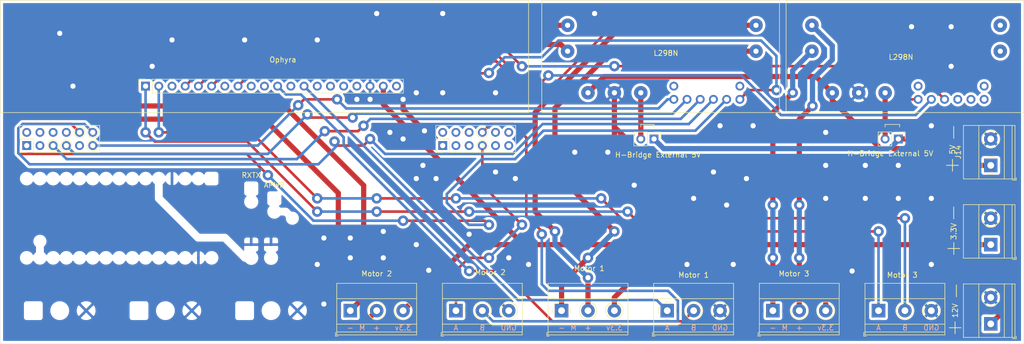
<source format=kicad_pcb>
(kicad_pcb (version 20171130) (host pcbnew "(5.1.10)-1")
  (layers (0 F.Cu signal) (31 B.Cu signal) (34 B.Paste user) (35 F.Paste user) (36 B.SilkS user) (37 F.SilkS user) (38 B.Mask user) (39 F.Mask user) (44 Edge.Cuts user))
  (net 0 "")
  (net 1 +5V)
  (net 2 GND)
  (net 3 +3V3)
  (net 4 M2+)
  (net 5 M2-)
  (net 6 A2)
  (net 7 B2)
  (net 8 M1+)
  (net 9 M1-)
  (net 10 A1)
  (net 11 B1)
  (net 12 M3+)
  (net 13 M3-)
  (net 14 A3)
  (net 15 B3)
  (net 16 IN3_M2)
  (net 17 ENA_M1)
  (net 18 IN4_M2)
  (net 19 "Net-(J7-Pad9)")
  (net 20 "Net-(J7-Pad8)")
  (net 21 IN1_M1)
  (net 22 "Net-(J7-Pad6)")
  (net 23 IN2_M1)
  (net 24 "Net-(J7-Pad4)")
  (net 25 "Net-(J7-Pad3)")
  (net 26 "Net-(J7-Pad2)")
  (net 27 "Net-(J7-Pad1)")
  (net 28 "Net-(J8-Pad1)")
  (net 29 "Net-(J8-Pad2)")
  (net 30 "Net-(J8-Pad3)")
  (net 31 "Net-(J8-Pad4)")
  (net 32 "Net-(J8-Pad5)")
  (net 33 "Net-(J8-Pad6)")
  (net 34 "Net-(J8-Pad9)")
  (net 35 "Net-(J8-Pad10)")
  (net 36 "Net-(J8-Pad11)")
  (net 37 "Net-(J8-Pad12)")
  (net 38 "Net-(J9-Pad3)")
  (net 39 ENA_M3)
  (net 40 IN1_M3)
  (net 41 IN2_M3)
  (net 42 "Net-(J9-Pad7)")
  (net 43 ENB_M2)
  (net 44 "Net-(J9-Pad9)")
  (net 45 "Net-(J9-Pad10)")
  (net 46 "Net-(J9-Pad12)")
  (net 47 "Net-(J9-Pad14)")
  (net 48 "Net-(J9-Pad15)")
  (net 49 "Net-(J9-Pad16)")
  (net 50 "Net-(J9-Pad17)")
  (net 51 "Net-(J9-Pad20)")
  (net 52 +12V)
  (net 53 "Net-(J16-Pad2)")
  (net 54 "Net-(J17-Pad2)")
  (net 55 "Net-(U2-Pad6)")
  (net 56 "Net-(U2-Pad4)")
  (net 57 "Net-(U2-Pad3)")
  (net 58 "Net-(U2-Pad13)")
  (net 59 "Net-(U2-Pad12)")
  (module Module:L298N (layer F.Cu) (at 232.41 62.23)
    (fp_text reference U2)
    (fp_text value "L298N 2")
    (pad 10 thru_hole circle (at -17.89 -11.704) (size 2.6 2.6) (drill 1) (layers *.Cu *.Mask) (net 12 M3+))
    (pad 11 thru_hole circle (at -17.89 -6.72) (size 2.6 2.6) (drill 1) (layers *.Cu *.Mask) (net 13 M3-))
    (pad 12 thru_hole circle (at 18.339 -11.704) (size 2.6 2.6) (drill 1) (layers *.Cu *.Mask) (net 59 "Net-(U2-Pad12)"))
    (pad 13 thru_hole circle (at 18.339 -6.72) (size 2.6 2.6) (drill 1) (layers *.Cu *.Mask) (net 58 "Net-(U2-Pad13)"))
    (pad 7 thru_hole circle (at -13.97 1.27) (size 2.6 2.6) (drill 1) (layers *.Cu *.Mask) (net 52 +12V))
    (pad 8 thru_hole circle (at -8.89 1.27) (size 2.6 2.6) (drill 1) (layers *.Cu *.Mask) (net 2 GND))
    (pad 9 thru_hole circle (at -3.81 1.27) (size 2.6 2.6) (drill 1) (layers *.Cu *.Mask) (net 54 "Net-(J17-Pad2)"))
    (pad ~ thru_hole circle (at 2.54 0) (size 1.7 1.7) (drill 1) (layers *.Cu *.Mask))
    (pad 5 thru_hole circle (at 2.54 2.54) (size 1.7 1.7) (drill 1) (layers *.Cu *.Mask) (net 39 ENA_M3))
    (pad 1 thru_hole circle (at 5.08 2.54) (size 1.7 1.7) (drill 1) (layers *.Cu *.Mask) (net 40 IN1_M3))
    (pad 2 thru_hole circle (at 7.62 2.54) (size 1.7 1.7) (drill 1) (layers *.Cu *.Mask) (net 41 IN2_M3))
    (pad 3 thru_hole circle (at 10.16 2.54) (size 1.7 1.7) (drill 1) (layers *.Cu *.Mask) (net 57 "Net-(U2-Pad3)"))
    (pad 4 thru_hole circle (at 12.7 2.54) (size 1.7 1.7) (drill 1) (layers *.Cu *.Mask) (net 56 "Net-(U2-Pad4)"))
    (pad 6 thru_hole circle (at 15.24 2.54) (size 1.7 1.7) (drill 1) (layers *.Cu *.Mask) (net 55 "Net-(U2-Pad6)"))
    (pad ~ thru_hole circle (at 15.24 0) (size 1.7 1.7) (drill 1) (layers *.Cu *.Mask))
  )
  (module Module:L298N (layer F.Cu) (at 185.42 62.23)
    (fp_text reference U1)
    (fp_text value "L298N 1")
    (pad 10 thru_hole circle (at -17.89 -11.704) (size 2.6 2.6) (drill 1) (layers *.Cu *.Mask) (net 4 M2+))
    (pad 11 thru_hole circle (at -17.89 -6.72) (size 2.6 2.6) (drill 1) (layers *.Cu *.Mask) (net 5 M2-))
    (pad 12 thru_hole circle (at 18.339 -11.704) (size 2.6 2.6) (drill 1) (layers *.Cu *.Mask) (net 8 M1+))
    (pad 13 thru_hole circle (at 18.339 -6.72) (size 2.6 2.6) (drill 1) (layers *.Cu *.Mask) (net 9 M1-))
    (pad 7 thru_hole circle (at -13.97 1.27) (size 2.6 2.6) (drill 1) (layers *.Cu *.Mask) (net 52 +12V))
    (pad 8 thru_hole circle (at -8.89 1.27) (size 2.6 2.6) (drill 1) (layers *.Cu *.Mask) (net 2 GND))
    (pad 9 thru_hole circle (at -3.81 1.27) (size 2.6 2.6) (drill 1) (layers *.Cu *.Mask) (net 53 "Net-(J16-Pad2)"))
    (pad ~ thru_hole circle (at 2.54 0) (size 1.7 1.7) (drill 1) (layers *.Cu *.Mask))
    (pad 5 thru_hole circle (at 2.54 2.54) (size 1.7 1.7) (drill 1) (layers *.Cu *.Mask) (net 17 ENA_M1))
    (pad 1 thru_hole circle (at 5.08 2.54) (size 1.7 1.7) (drill 1) (layers *.Cu *.Mask) (net 21 IN1_M1))
    (pad 2 thru_hole circle (at 7.62 2.54) (size 1.7 1.7) (drill 1) (layers *.Cu *.Mask) (net 23 IN2_M1))
    (pad 3 thru_hole circle (at 10.16 2.54) (size 1.7 1.7) (drill 1) (layers *.Cu *.Mask) (net 16 IN3_M2))
    (pad 4 thru_hole circle (at 12.7 2.54) (size 1.7 1.7) (drill 1) (layers *.Cu *.Mask) (net 18 IN4_M2))
    (pad 6 thru_hole circle (at 15.24 2.54) (size 1.7 1.7) (drill 1) (layers *.Cu *.Mask) (net 43 ENB_M2))
    (pad ~ thru_hole circle (at 15.24 0) (size 1.7 1.7) (drill 1) (layers *.Cu *.Mask))
  )
  (module TerminalBlock_Phoenix:TerminalBlock_Phoenix_MKDS-1,5-3-5.08_1x03_P5.08mm_Horizontal (layer F.Cu) (at 125.73 105.41)
    (fp_text reference J1)
    (fp_text value ENC1)
    (pad 3 thru_hole circle (at 10.16 0) (size 2.6 2.6) (drill 1.3) (layers *.Cu *.Mask) (net 3 +3V3))
    (pad 2 thru_hole circle (at 5.08 0) (size 2.6 2.6) (drill 1.3) (layers *.Cu *.Mask) (net 4 M2+))
    (pad 1 thru_hole rect (at 0 0) (size 2.6 2.6) (drill 1.3) (layers *.Cu *.Mask) (net 5 M2-))
  )
  (module TerminalBlock_Phoenix:TerminalBlock_Phoenix_MKDS-1,5-3-5.08_1x03_P5.08mm_Horizontal (layer F.Cu) (at 146.05 105.41)
    (fp_text reference J2)
    (fp_text value ENC2)
    (pad 1 thru_hole rect (at 0 0) (size 2.6 2.6) (drill 1.3) (layers *.Cu *.Mask) (net 6 A2))
    (pad 2 thru_hole circle (at 5.08 0) (size 2.6 2.6) (drill 1.3) (layers *.Cu *.Mask) (net 7 B2))
    (pad 3 thru_hole circle (at 10.16 0) (size 2.6 2.6) (drill 1.3) (layers *.Cu *.Mask) (net 2 GND))
  )
  (module TerminalBlock_Phoenix:TerminalBlock_Phoenix_MKDS-1,5-3-5.08_1x03_P5.08mm_Horizontal (layer F.Cu) (at 166.37 105.41)
    (fp_text reference J3)
    (fp_text value ENC3)
    (pad 3 thru_hole circle (at 10.16 0) (size 2.6 2.6) (drill 1.3) (layers *.Cu *.Mask) (net 3 +3V3))
    (pad 2 thru_hole circle (at 5.08 0) (size 2.6 2.6) (drill 1.3) (layers *.Cu *.Mask) (net 8 M1+))
    (pad 1 thru_hole rect (at 0 0) (size 2.6 2.6) (drill 1.3) (layers *.Cu *.Mask) (net 9 M1-))
  )
  (module TerminalBlock_Phoenix:TerminalBlock_Phoenix_MKDS-1,5-3-5.08_1x03_P5.08mm_Horizontal (layer F.Cu) (at 186.69 105.41)
    (fp_text reference J4)
    (fp_text value ENC4)
    (pad 1 thru_hole rect (at 0 0) (size 2.6 2.6) (drill 1.3) (layers *.Cu *.Mask) (net 10 A1))
    (pad 2 thru_hole circle (at 5.08 0) (size 2.6 2.6) (drill 1.3) (layers *.Cu *.Mask) (net 11 B1))
    (pad 3 thru_hole circle (at 10.16 0) (size 2.6 2.6) (drill 1.3) (layers *.Cu *.Mask) (net 2 GND))
  )
  (module TerminalBlock_Phoenix:TerminalBlock_Phoenix_MKDS-1,5-3-5.08_1x03_P5.08mm_Horizontal (layer F.Cu) (at 207.01 105.41)
    (fp_text reference J5)
    (fp_text value ENC5)
    (pad 3 thru_hole circle (at 10.16 0) (size 2.6 2.6) (drill 1.3) (layers *.Cu *.Mask) (net 3 +3V3))
    (pad 2 thru_hole circle (at 5.08 0) (size 2.6 2.6) (drill 1.3) (layers *.Cu *.Mask) (net 12 M3+))
    (pad 1 thru_hole rect (at 0 0) (size 2.6 2.6) (drill 1.3) (layers *.Cu *.Mask) (net 13 M3-))
  )
  (module TerminalBlock_Phoenix:TerminalBlock_Phoenix_MKDS-1,5-3-5.08_1x03_P5.08mm_Horizontal (layer F.Cu) (at 227.33 105.41)
    (fp_text reference J6)
    (fp_text value ENC6)
    (pad 1 thru_hole rect (at 0 0) (size 2.6 2.6) (drill 1.3) (layers *.Cu *.Mask) (net 14 A3))
    (pad 2 thru_hole circle (at 5.08 0) (size 2.6 2.6) (drill 1.3) (layers *.Cu *.Mask) (net 15 B3))
    (pad 3 thru_hole circle (at 10.16 0) (size 2.6 2.6) (drill 1.3) (layers *.Cu *.Mask) (net 2 GND))
  )
  (module Connector_PinHeader_2.54mm:PinHeader_2x06_P2.54mm_Vertical (layer F.Cu) (at 63.5 73.66 90)
    (fp_text reference J7)
    (fp_text value Ophyra2)
    (pad 12 thru_hole oval (at 2.54 12.7 90) (size 1.7 1.7) (drill 1) (layers *.Cu *.Mask) (net 16 IN3_M2))
    (pad 11 thru_hole oval (at 0 12.7 90) (size 1.7 1.7) (drill 1) (layers *.Cu *.Mask) (net 17 ENA_M1))
    (pad 10 thru_hole oval (at 2.54 10.16 90) (size 1.7 1.7) (drill 1) (layers *.Cu *.Mask) (net 18 IN4_M2))
    (pad 9 thru_hole oval (at 0 10.16 90) (size 1.7 1.7) (drill 1) (layers *.Cu *.Mask) (net 19 "Net-(J7-Pad9)"))
    (pad 8 thru_hole oval (at 2.54 7.62 90) (size 1.7 1.7) (drill 1) (layers *.Cu *.Mask) (net 20 "Net-(J7-Pad8)"))
    (pad 7 thru_hole oval (at 0 7.62 90) (size 1.7 1.7) (drill 1) (layers *.Cu *.Mask) (net 21 IN1_M1))
    (pad 6 thru_hole oval (at 2.54 5.08 90) (size 1.7 1.7) (drill 1) (layers *.Cu *.Mask) (net 22 "Net-(J7-Pad6)"))
    (pad 5 thru_hole oval (at 0 5.08 90) (size 1.7 1.7) (drill 1) (layers *.Cu *.Mask) (net 23 IN2_M1))
    (pad 4 thru_hole oval (at 2.54 2.54 90) (size 1.7 1.7) (drill 1) (layers *.Cu *.Mask) (net 24 "Net-(J7-Pad4)"))
    (pad 3 thru_hole oval (at 0 2.54 90) (size 1.7 1.7) (drill 1) (layers *.Cu *.Mask) (net 25 "Net-(J7-Pad3)"))
    (pad 2 thru_hole oval (at 2.54 0 90) (size 1.7 1.7) (drill 1) (layers *.Cu *.Mask) (net 26 "Net-(J7-Pad2)"))
    (pad 1 thru_hole rect (at 0 0 90) (size 1.7 1.7) (drill 1) (layers *.Cu *.Mask) (net 27 "Net-(J7-Pad1)"))
  )
  (module Connector_PinHeader_2.54mm:PinHeader_2x06_P2.54mm_Vertical (layer F.Cu) (at 143.51 73.66 90)
    (fp_text reference J8)
    (fp_text value Ophyra13)
    (pad 1 thru_hole rect (at 0 0 90) (size 1.7 1.7) (drill 1) (layers *.Cu *.Mask) (net 28 "Net-(J8-Pad1)"))
    (pad 2 thru_hole oval (at 2.54 0 90) (size 1.7 1.7) (drill 1) (layers *.Cu *.Mask) (net 29 "Net-(J8-Pad2)"))
    (pad 3 thru_hole oval (at 0 2.54 90) (size 1.7 1.7) (drill 1) (layers *.Cu *.Mask) (net 30 "Net-(J8-Pad3)"))
    (pad 4 thru_hole oval (at 2.54 2.54 90) (size 1.7 1.7) (drill 1) (layers *.Cu *.Mask) (net 31 "Net-(J8-Pad4)"))
    (pad 5 thru_hole oval (at 0 5.08 90) (size 1.7 1.7) (drill 1) (layers *.Cu *.Mask) (net 32 "Net-(J8-Pad5)"))
    (pad 6 thru_hole oval (at 2.54 5.08 90) (size 1.7 1.7) (drill 1) (layers *.Cu *.Mask) (net 33 "Net-(J8-Pad6)"))
    (pad 7 thru_hole oval (at 0 7.62 90) (size 1.7 1.7) (drill 1) (layers *.Cu *.Mask) (net 6 A2))
    (pad 8 thru_hole oval (at 2.54 7.62 90) (size 1.7 1.7) (drill 1) (layers *.Cu *.Mask) (net 7 B2))
    (pad 9 thru_hole oval (at 0 10.16 90) (size 1.7 1.7) (drill 1) (layers *.Cu *.Mask) (net 34 "Net-(J8-Pad9)"))
    (pad 10 thru_hole oval (at 2.54 10.16 90) (size 1.7 1.7) (drill 1) (layers *.Cu *.Mask) (net 35 "Net-(J8-Pad10)"))
    (pad 11 thru_hole oval (at 0 12.7 90) (size 1.7 1.7) (drill 1) (layers *.Cu *.Mask) (net 36 "Net-(J8-Pad11)"))
    (pad 12 thru_hole oval (at 2.54 12.7 90) (size 1.7 1.7) (drill 1) (layers *.Cu *.Mask) (net 37 "Net-(J8-Pad12)"))
  )
  (module Connector_PinSocket_2.54mm:PinSocket_1x20_P2.54mm_Vertical (layer F.Cu) (at 86.36 62.23 90)
    (fp_text reference J9)
    (fp_text value Ophyra1)
    (pad 1 thru_hole rect (at 0 0 90) (size 1.7 1.7) (drill 1) (layers *.Cu *.Mask) (net 15 B3))
    (pad 2 thru_hole oval (at 0 2.54 90) (size 1.7 1.7) (drill 1) (layers *.Cu *.Mask) (net 14 A3))
    (pad 3 thru_hole oval (at 0 5.08 90) (size 1.7 1.7) (drill 1) (layers *.Cu *.Mask) (net 38 "Net-(J9-Pad3)"))
    (pad 4 thru_hole oval (at 0 7.62 90) (size 1.7 1.7) (drill 1) (layers *.Cu *.Mask) (net 39 ENA_M3))
    (pad 5 thru_hole oval (at 0 10.16 90) (size 1.7 1.7) (drill 1) (layers *.Cu *.Mask) (net 40 IN1_M3))
    (pad 6 thru_hole oval (at 0 12.7 90) (size 1.7 1.7) (drill 1) (layers *.Cu *.Mask) (net 41 IN2_M3))
    (pad 7 thru_hole oval (at 0 15.24 90) (size 1.7 1.7) (drill 1) (layers *.Cu *.Mask) (net 42 "Net-(J9-Pad7)"))
    (pad 8 thru_hole oval (at 0 17.78 90) (size 1.7 1.7) (drill 1) (layers *.Cu *.Mask) (net 43 ENB_M2))
    (pad 9 thru_hole oval (at 0 20.32 90) (size 1.7 1.7) (drill 1) (layers *.Cu *.Mask) (net 44 "Net-(J9-Pad9)"))
    (pad 10 thru_hole oval (at 0 22.86 90) (size 1.7 1.7) (drill 1) (layers *.Cu *.Mask) (net 45 "Net-(J9-Pad10)"))
    (pad 11 thru_hole oval (at 0 25.4 90) (size 1.7 1.7) (drill 1) (layers *.Cu *.Mask) (net 11 B1))
    (pad 12 thru_hole oval (at 0 27.94 90) (size 1.7 1.7) (drill 1) (layers *.Cu *.Mask) (net 46 "Net-(J9-Pad12)"))
    (pad 13 thru_hole oval (at 0 30.48 90) (size 1.7 1.7) (drill 1) (layers *.Cu *.Mask) (net 10 A1))
    (pad 14 thru_hole oval (at 0 33.02 90) (size 1.7 1.7) (drill 1) (layers *.Cu *.Mask) (net 47 "Net-(J9-Pad14)"))
    (pad 15 thru_hole oval (at 0 35.56 90) (size 1.7 1.7) (drill 1) (layers *.Cu *.Mask) (net 48 "Net-(J9-Pad15)"))
    (pad 16 thru_hole oval (at 0 38.1 90) (size 1.7 1.7) (drill 1) (layers *.Cu *.Mask) (net 49 "Net-(J9-Pad16)"))
    (pad 17 thru_hole oval (at 0 40.64 90) (size 1.7 1.7) (drill 1) (layers *.Cu *.Mask) (net 50 "Net-(J9-Pad17)"))
    (pad 18 thru_hole oval (at 0 43.18 90) (size 1.7 1.7) (drill 1) (layers *.Cu *.Mask) (net 2 GND))
    (pad 19 thru_hole oval (at 0 45.72 90) (size 1.7 1.7) (drill 1) (layers *.Cu *.Mask) (net 3 +3V3))
    (pad 20 thru_hole oval (at 0 48.26 90) (size 1.7 1.7) (drill 1) (layers *.Cu *.Mask) (net 51 "Net-(J9-Pad20)"))
  )
  (module TerminalBlock_Phoenix:TerminalBlock_Phoenix_MKDS-1,5-2-5.08_1x02_P5.08mm_Horizontal (layer F.Cu) (at 248.92 107.95 90)
    (fp_text reference J13)
    (fp_text value 12V)
    (pad 1 thru_hole rect (at 0 0 90) (size 2.6 2.6) (drill 1.3) (layers *.Cu *.Mask) (net 52 +12V))
    (pad 2 thru_hole circle (at 5.08 0 90) (size 2.6 2.6) (drill 1.3) (layers *.Cu *.Mask) (net 2 GND))
  )
  (module TerminalBlock_Phoenix:TerminalBlock_Phoenix_MKDS-1,5-2-5.08_1x02_P5.08mm_Horizontal (layer F.Cu) (at 248.92 92.71 90)
    (fp_text reference J15)
    (fp_text value 3V3)
    (pad 1 thru_hole rect (at 0 0 90) (size 2.6 2.6) (drill 1.3) (layers *.Cu *.Mask) (net 3 +3V3))
    (pad 2 thru_hole circle (at 5.08 0 90) (size 2.6 2.6) (drill 1.3) (layers *.Cu *.Mask) (net 2 GND))
  )
  (module Connector_PinHeader_2.54mm:PinHeader_1x02_P2.54mm_Vertical (layer F.Cu) (at 184.15 72.39 270)
    (fp_text reference J16)
    (fp_text value Conn_01x02)
    (pad 1 thru_hole rect (at 0 0 270) (size 1.7 1.7) (drill 1) (layers *.Cu *.Mask) (net 1 +5V))
    (pad 2 thru_hole oval (at 0 2.54 270) (size 1.7 1.7) (drill 1) (layers *.Cu *.Mask) (net 53 "Net-(J16-Pad2)"))
  )
  (module Connector_PinHeader_2.54mm:PinHeader_1x02_P2.54mm_Vertical (layer F.Cu) (at 231.14 72.39 270)
    (fp_text reference J17)
    (fp_text value Conn_01x02)
    (pad 2 thru_hole oval (at 0 2.54 270) (size 1.7 1.7) (drill 1) (layers *.Cu *.Mask) (net 54 "Net-(J17-Pad2)"))
    (pad 1 thru_hole rect (at 0 0 270) (size 1.7 1.7) (drill 1) (layers *.Cu *.Mask) (net 1 +5V))
  )
  (module TerminalBlock_Phoenix:TerminalBlock_Phoenix_MKDS-1,5-2-5.08_1x02_P5.08mm_Horizontal (layer F.Cu) (at 248.92 77.47 90)
    (fp_text reference J14 (at 2.54 -6.26 90) (layer F.SilkS))
    (fp_text value 5V)
    (pad 1 thru_hole rect (at 0 0 90) (size 2.6 2.6) (drill 1.3) (layers *.Cu *.Mask) (net 1 +5V))
    (pad 2 thru_hole circle (at 5.08 0 90) (size 2.6 2.6) (drill 1.3) (layers *.Cu *.Mask) (net 2 GND))
  )
  (gr_text APWR (at 111.125 81.28) (layer F.SilkS) (effects (font (size 1 1))))
  (gr_text RXTX (at 106.68 79.375) (layer F.SilkS) (effects (font (size 1 1))))
  (gr_circle (center 151.13 71.12) (end 151.892 70.358) (layer F.SilkS) (width 0.12))
  (gr_circle (center 151.13 73.66) (end 151.892 72.898) (layer F.SilkS) (width 0.12))
  (gr_circle (center 68.58 73.66) (end 69.342 72.898) (layer F.SilkS) (width 0.12))
  (gr_circle (center 71.12 73.66) (end 71.882 72.898) (layer F.SilkS) (width 0.12))
  (gr_circle (center 76.2 73.66) (end 76.962 72.898) (layer F.SilkS) (width 0.12))
  (gr_circle (center 73.66 71.12) (end 74.422 70.358) (layer F.SilkS) (width 0.12))
  (gr_circle (center 76.2 71.12) (end 76.962 70.358) (layer F.SilkS) (width 0.12))
  (gr_line (start 231.394 69.596) (end 231.394 70.104) (layer F.SilkS) (width 0.12))
  (gr_line (start 228.6 69.596) (end 231.394 69.596) (layer F.SilkS) (width 0.12))
  (gr_line (start 228.6 70.104) (end 228.6 69.596) (layer F.SilkS) (width 0.12))
  (gr_line (start 184.15 69.596) (end 184.15 70.104) (layer F.SilkS) (width 0.12))
  (gr_line (start 181.61 69.596) (end 184.15 69.596) (layer F.SilkS) (width 0.12))
  (gr_line (start 181.61 70.104) (end 181.61 69.596) (layer F.SilkS) (width 0.12))
  (gr_text - (at 207.01 108.712) (layer B.SilkS) (effects (font (size 1 1)) (justify mirror)))
  (gr_text M (at 209.296 108.712) (layer B.SilkS) (effects (font (size 1 1)) (justify mirror)))
  (gr_text + (at 212.09 108.712) (layer B.SilkS) (effects (font (size 1 1)) (justify mirror)))
  (gr_text B (at 232.41 108.712) (layer B.SilkS) (effects (font (size 1 1)) (justify mirror)))
  (gr_text GND (at 237.49 108.712) (layer B.SilkS) (effects (font (size 1 1)) (justify mirror)))
  (gr_text 3.3v (at 217.17 108.712) (layer B.SilkS) (effects (font (size 1 1)) (justify mirror)))
  (gr_text A (at 227.33 108.712) (layer B.SilkS) (effects (font (size 1 1)) (justify mirror)))
  (gr_text - (at 166.37 108.712) (layer B.SilkS) (effects (font (size 1 1)) (justify mirror)))
  (gr_text M (at 168.656 108.712) (layer B.SilkS) (effects (font (size 1 1)) (justify mirror)))
  (gr_text + (at 171.45 108.712) (layer B.SilkS) (effects (font (size 1 1)) (justify mirror)))
  (gr_text B (at 191.77 108.712) (layer B.SilkS) (effects (font (size 1 1)) (justify mirror)))
  (gr_text GND (at 196.85 108.712) (layer B.SilkS) (effects (font (size 1 1)) (justify mirror)))
  (gr_text 3.3v (at 176.53 108.712) (layer B.SilkS) (effects (font (size 1 1)) (justify mirror)))
  (gr_text A (at 186.69 108.712) (layer B.SilkS) (effects (font (size 1 1)) (justify mirror)))
  (gr_text GND (at 156.21 108.712) (layer B.SilkS) (effects (font (size 1 1)) (justify mirror)))
  (gr_text B (at 151.13 108.712) (layer B.SilkS) (effects (font (size 1 1)) (justify mirror)))
  (gr_text A (at 146.05 108.712) (layer B.SilkS) (effects (font (size 1 1)) (justify mirror)))
  (gr_text 3.3v (at 135.89 108.712) (layer B.SilkS) (effects (font (size 1 1)) (justify mirror)))
  (gr_text - (at 125.73 108.712) (layer B.SilkS) (effects (font (size 1 1)) (justify mirror)))
  (gr_text M (at 128.016 108.712) (layer B.SilkS) (effects (font (size 1 1)) (justify mirror)))
  (gr_text + (at 130.81 108.712) (layer B.SilkS) (effects (font (size 1 1)) (justify mirror)))
  (gr_text - (at 241.554 71.12 90) (layer F.SilkS) (effects (font (size 3 3))))
  (gr_text + (at 241.554 77.216) (layer F.SilkS) (effects (font (size 3 3))))
  (gr_text - (at 241.554 86.614 90) (layer F.SilkS) (effects (font (size 3 3))))
  (gr_text + (at 241.808 93.218) (layer F.SilkS) (effects (font (size 3 3))))
  (gr_text - (at 242.062 101.6 90) (layer F.SilkS) (effects (font (size 3 3))))
  (gr_text + (at 242.062 108.458) (layer F.SilkS) (effects (font (size 3 3))))
  (gr_text 12V (at 242.062 105.41 90) (layer F.SilkS) (effects (font (size 1 1))))
  (gr_text 5V (at 241.554 74.422 90) (layer F.SilkS) (effects (font (size 1 1))))
  (gr_text 3.3V (at 241.808 90.17 90) (layer F.SilkS) (effects (font (size 1 1))))
  (gr_text "H-Bridge External 5V" (at 229.616 75.184) (layer F.SilkS) (effects (font (size 1 1))))
  (gr_text "H-Bridge External 5V" (at 184.912 75.438) (layer F.SilkS) (effects (font (size 1 1))))
  (gr_text L298N (at 231.648 56.642) (layer F.SilkS) (effects (font (size 1 1))))
  (gr_text L298N (at 186.436 55.88) (layer F.SilkS) (effects (font (size 1 1))))
  (gr_text Ophyra (at 112.776 57.15) (layer F.SilkS) (effects (font (size 1 1))))
  (gr_text "Motor 2" (at 152.654 98.044) (layer F.SilkS) (effects (font (size 1 1))))
  (gr_text "Motor 2" (at 130.81 98.298) (layer F.SilkS) (effects (font (size 1 1))))
  (gr_text "Motor 1" (at 191.77 98.552) (layer F.SilkS) (effects (font (size 1 1))))
  (gr_text "Motor 1" (at 171.704 97.282) (layer F.SilkS) (effects (font (size 1 1))))
  (gr_text "Motor 3" (at 231.902 98.552) (layer F.SilkS) (effects (font (size 1 1))))
  (gr_text "Motor 3" (at 211.074 98.298) (layer F.SilkS) (effects (font (size 1 1))))
  (gr_line (start 58.42 111.76) (end 58.42 45.72) (layer Edge.Cuts) (width 0.05))
  (gr_line (start 255.27 111.76) (end 58.42 111.76) (layer Edge.Cuts) (width 0.05))
  (gr_line (start 255.27 45.72) (end 255.27 111.76) (layer Edge.Cuts) (width 0.05))
  (gr_line (start 58.42 45.72) (end 255.27 45.72) (layer Edge.Cuts) (width 0.05))
  (gr_line (start 160.02 45.72) (end 160.02 67.31) (layer F.SilkS) (width 0.12))
  (gr_line (start 58.42 45.72) (end 160.02 45.72) (layer F.SilkS) (width 0.12))
  (gr_line (start 58.42 67.31) (end 58.42 45.72) (layer F.SilkS) (width 0.12))
  (gr_line (start 160.02 67.31) (end 58.42 67.31) (layer F.SilkS) (width 0.12))
  (segment (start 239.205336 72.39) (end 231.14 72.39) (width 1) (layer F.Cu) (net 1))
  (segment (start 244.285336 77.47) (end 239.205336 72.39) (width 1) (layer F.Cu) (net 1))
  (segment (start 231.14 72.588002) (end 231.14 72.39) (width 1) (layer B.Cu) (net 1))
  (segment (start 229.488001 74.240001) (end 231.14 72.588002) (width 1) (layer B.Cu) (net 1))
  (segment (start 186.000001 74.240001) (end 229.488001 74.240001) (width 1) (layer B.Cu) (net 1))
  (segment (start 184.15 72.39) (end 186.000001 74.240001) (width 1) (layer B.Cu) (net 1))
  (segment (start 244.285336 77.47) (end 248.92 77.47) (width 1) (layer F.Cu) (net 1))
  (via (at 195.58 78.74) (size 2) (drill 1) (layers F.Cu B.Cu) (net 2))
  (segment (start 185.221998 78.74) (end 195.58 78.74) (width 1) (layer F.Cu) (net 2))
  (segment (start 176.53 70.048002) (end 185.221998 78.74) (width 1) (layer F.Cu) (net 2))
  (via (at 138.43 63.5) (size 2) (drill 1) (layers F.Cu B.Cu) (net 2))
  (via (at 135.89 64.77) (size 2) (drill 1) (layers F.Cu B.Cu) (net 2))
  (via (at 139.999213 70.820787) (size 2) (drill 1) (layers F.Cu B.Cu) (net 2))
  (segment (start 135.89 66.711574) (end 139.999213 70.820787) (width 1) (layer F.Cu) (net 2))
  (segment (start 135.89 64.77) (end 135.89 66.711574) (width 1) (layer F.Cu) (net 2))
  (via (at 135.89 72.39) (size 2) (drill 1) (layers F.Cu B.Cu) (net 2))
  (via (at 138.43 80.01) (size 2) (drill 1) (layers F.Cu B.Cu) (net 2))
  (via (at 148.59 90.71) (size 2) (drill 1) (layers F.Cu B.Cu) (net 2))
  (segment (start 147.715787 90.71) (end 148.59 90.71) (width 0.5) (layer B.Cu) (net 2))
  (via (at 140.825786 97.645786) (size 2) (drill 1) (layers F.Cu B.Cu) (net 2))
  (segment (start 141.654214 97.645786) (end 140.825786 97.645786) (width 0.5) (layer F.Cu) (net 2))
  (via (at 129.54 64.77) (size 2) (drill 1) (layers F.Cu B.Cu) (net 2))
  (via (at 127 64.77) (size 2) (drill 1) (layers F.Cu B.Cu) (net 2))
  (via (at 139.7 77.47) (size 2) (drill 1) (layers F.Cu B.Cu) (net 2))
  (via (at 142.24 80.01) (size 2) (drill 1) (layers F.Cu B.Cu) (net 2))
  (via (at 132.08 90.17) (size 2) (drill 1) (layers F.Cu B.Cu) (net 2))
  (via (at 132.08 95.25) (size 2) (drill 1) (layers F.Cu B.Cu) (net 2))
  (via (at 138.43 92.71) (size 2) (drill 1) (layers F.Cu B.Cu) (net 2))
  (via (at 120.65 91.44) (size 2) (drill 1) (layers F.Cu B.Cu) (net 2))
  (via (at 119.38 96.52) (size 2) (drill 1) (layers F.Cu B.Cu) (net 2))
  (via (at 120.65 104.14) (size 2) (drill 1) (layers F.Cu B.Cu) (net 2))
  (via (at 125.73 95.25) (size 2) (drill 1) (layers F.Cu B.Cu) (net 2))
  (via (at 125.73 91.44) (size 2) (drill 1) (layers F.Cu B.Cu) (net 2))
  (via (at 156.21 95.25) (size 2) (drill 1) (layers F.Cu B.Cu) (net 2))
  (via (at 160.02 96.52) (size 2) (drill 1) (layers F.Cu B.Cu) (net 2))
  (via (at 72.39 62.23) (size 2) (drill 1) (layers F.Cu B.Cu) (net 2))
  (via (at 69.85 52.07) (size 2) (drill 1) (layers F.Cu B.Cu) (net 2))
  (via (at 87.63 58.42) (size 2) (drill 1) (layers F.Cu B.Cu) (net 2))
  (via (at 153.67 78.74) (size 2) (drill 1) (layers F.Cu B.Cu) (net 2))
  (via (at 157.48 80.01) (size 2) (drill 1) (layers F.Cu B.Cu) (net 2))
  (via (at 168.91 74.93) (size 2) (drill 1) (layers F.Cu B.Cu) (net 2))
  (via (at 175.26 74.93) (size 2) (drill 1) (layers F.Cu B.Cu) (net 2))
  (via (at 180.34 81.28) (size 2) (drill 1) (layers F.Cu B.Cu) (net 2))
  (via (at 191.77 83.82) (size 2) (drill 1) (layers F.Cu B.Cu) (net 2))
  (via (at 201.93 80.01) (size 2) (drill 1) (layers F.Cu B.Cu) (net 2))
  (via (at 143.51 48.26) (size 2) (drill 1) (layers F.Cu B.Cu) (net 2))
  (via (at 130.81 48.26) (size 2) (drill 1) (layers F.Cu B.Cu) (net 2))
  (via (at 133.35 71.12) (size 2) (drill 1) (layers F.Cu B.Cu) (net 2))
  (via (at 143.51 63.5) (size 2) (drill 1) (layers F.Cu B.Cu) (net 2))
  (via (at 153.67 63.5) (size 2) (drill 1) (layers F.Cu B.Cu) (net 2))
  (via (at 217.17 77.47) (size 2) (drill 1) (layers F.Cu B.Cu) (net 2))
  (via (at 217.17 83.82) (size 2) (drill 1) (layers F.Cu B.Cu) (net 2))
  (via (at 231.14 83.82) (size 2) (drill 1) (layers F.Cu B.Cu) (net 2))
  (via (at 231.14 77.47) (size 2) (drill 1) (layers F.Cu B.Cu) (net 2))
  (via (at 224.79 77.47) (size 2) (drill 1) (layers F.Cu B.Cu) (net 2))
  (via (at 224.79 83.82) (size 2) (drill 1) (layers F.Cu B.Cu) (net 2))
  (via (at 237.49 96.52) (size 2) (drill 1) (layers F.Cu B.Cu) (net 2))
  (via (at 222.25 97.79) (size 2) (drill 1) (layers F.Cu B.Cu) (net 2))
  (via (at 199.39 96.52) (size 2) (drill 1) (layers F.Cu B.Cu) (net 2))
  (via (at 190.5 96.52) (size 2) (drill 1) (layers F.Cu B.Cu) (net 2))
  (via (at 105.41 53.34) (size 2) (drill 1) (layers F.Cu B.Cu) (net 2))
  (via (at 91.44 53.34) (size 2) (drill 1) (layers F.Cu B.Cu) (net 2))
  (via (at 119.38 53.34) (size 2) (drill 1) (layers F.Cu B.Cu) (net 2))
  (via (at 172.72 48.26) (size 2) (drill 1) (layers F.Cu B.Cu) (net 2))
  (via (at 196.85 69.85) (size 2) (drill 1) (layers F.Cu B.Cu) (net 2))
  (via (at 203.2 69.85) (size 2) (drill 1) (layers F.Cu B.Cu) (net 2))
  (via (at 217.17 71.12) (size 2) (drill 1) (layers F.Cu B.Cu) (net 2))
  (via (at 237.49 69.85) (size 2) (drill 1) (layers F.Cu B.Cu) (net 2))
  (via (at 241.3 58.42) (size 2) (drill 1) (layers F.Cu B.Cu) (net 2))
  (via (at 241.3 50.8) (size 2) (drill 1) (layers F.Cu B.Cu) (net 2))
  (via (at 233.68 50.8) (size 2) (drill 1) (layers F.Cu B.Cu) (net 2))
  (via (at 198.12 85.09) (size 2) (drill 1) (layers F.Cu B.Cu) (net 2))
  (via (at 237.49 83.82) (size 2) (drill 1) (layers F.Cu B.Cu) (net 2))
  (segment (start 176.53 63.5) (end 176.53 70.048002) (width 1) (layer F.Cu) (net 2))
  (segment (start 176.53 73.66) (end 175.26 74.93) (width 1) (layer F.Cu) (net 2))
  (segment (start 176.53 70.048002) (end 176.53 73.66) (width 1) (layer F.Cu) (net 2))
  (segment (start 175.26 74.93) (end 168.91 74.93) (width 1) (layer F.Cu) (net 2))
  (segment (start 132.08 65.730002) (end 132.08 62.23) (width 1) (layer F.Cu) (net 3))
  (segment (start 159.059998 92.71) (end 132.08 65.730002) (width 1) (layer F.Cu) (net 3))
  (segment (start 148.59 92.71) (end 160.02 92.71) (width 1) (layer F.Cu) (net 3))
  (segment (start 135.89 105.41) (end 148.59 92.71) (width 1) (layer F.Cu) (net 3))
  (segment (start 160.02 92.71) (end 159.059998 92.71) (width 1) (layer F.Cu) (net 3))
  (segment (start 176.53 102.87) (end 186.69 92.71) (width 1) (layer F.Cu) (net 3))
  (segment (start 176.53 105.41) (end 176.53 102.87) (width 1) (layer F.Cu) (net 3))
  (segment (start 186.69 92.71) (end 160.02 92.71) (width 1) (layer F.Cu) (net 3))
  (segment (start 217.17 99.06) (end 223.52 92.71) (width 1) (layer F.Cu) (net 3))
  (segment (start 217.17 105.41) (end 217.17 99.06) (width 1) (layer F.Cu) (net 3))
  (segment (start 223.52 92.71) (end 186.69 92.71) (width 1) (layer F.Cu) (net 3))
  (segment (start 248.92 92.71) (end 223.52 92.71) (width 1) (layer F.Cu) (net 3))
  (segment (start 77.47 55.88) (end 82.824 50.526) (width 1) (layer F.Cu) (net 4))
  (segment (start 92.442664 50.526) (end 167.53 50.526) (width 1) (layer F.Cu) (net 4))
  (segment (start 77.47 64.77) (end 77.47 55.88) (width 1) (layer F.Cu) (net 4))
  (segment (start 81.28 68.58) (end 77.47 64.77) (width 1) (layer F.Cu) (net 4))
  (segment (start 123.429999 82.789999) (end 109.22 68.58) (width 1) (layer F.Cu) (net 4))
  (segment (start 82.824 50.526) (end 92.442664 50.526) (width 1) (layer F.Cu) (net 4))
  (segment (start 109.22 68.58) (end 81.28 68.58) (width 1) (layer F.Cu) (net 4))
  (segment (start 123.429999 107.510001) (end 123.429999 82.789999) (width 1) (layer F.Cu) (net 4))
  (segment (start 123.629999 107.710001) (end 123.429999 107.510001) (width 1) (layer F.Cu) (net 4))
  (segment (start 128.509999 107.710001) (end 123.629999 107.710001) (width 1) (layer F.Cu) (net 4))
  (segment (start 130.81 105.41) (end 128.509999 107.710001) (width 1) (layer F.Cu) (net 4))
  (segment (start 81.65 55.51) (end 91.81 55.51) (width 1) (layer F.Cu) (net 5))
  (segment (start 80.01 57.15) (end 81.65 55.51) (width 1) (layer F.Cu) (net 5))
  (segment (start 80.01 63.5) (end 80.01 57.15) (width 1) (layer F.Cu) (net 5))
  (segment (start 82.55 66.04) (end 80.01 63.5) (width 1) (layer F.Cu) (net 5))
  (segment (start 113.03 66.04) (end 82.55 66.04) (width 1) (layer F.Cu) (net 5))
  (segment (start 128.308665 102.831335) (end 128.308665 81.318665) (width 1) (layer F.Cu) (net 5))
  (segment (start 125.73 105.41) (end 128.308665 102.831335) (width 1) (layer F.Cu) (net 5))
  (segment (start 128.308665 81.318665) (end 113.03 66.04) (width 1) (layer F.Cu) (net 5))
  (segment (start 89.579998 55.51) (end 91.81 55.51) (width 1) (layer F.Cu) (net 5))
  (segment (start 166.230001 54.210001) (end 167.53 55.51) (width 1) (layer F.Cu) (net 5))
  (segment (start 127.399999 54.210001) (end 166.230001 54.210001) (width 1) (layer F.Cu) (net 5))
  (segment (start 126.1 55.51) (end 127.399999 54.210001) (width 1) (layer F.Cu) (net 5))
  (segment (start 91.81 55.51) (end 126.1 55.51) (width 1) (layer F.Cu) (net 5))
  (via (at 158.75 88.9) (size 2) (drill 1) (layers F.Cu B.Cu) (net 6))
  (segment (start 151.13 81.28) (end 158.75 88.9) (width 0.5) (layer F.Cu) (net 6))
  (segment (start 151.13 73.66) (end 151.13 81.28) (width 0.5) (layer F.Cu) (net 6))
  (via (at 152.4 95.25) (size 2) (drill 1) (layers F.Cu B.Cu) (net 6))
  (segment (start 158.75 88.9) (end 152.4 95.25) (width 0.5) (layer B.Cu) (net 6))
  (segment (start 146.05 97.739998) (end 146.05 105.41) (width 0.5) (layer F.Cu) (net 6))
  (segment (start 148.539998 95.25) (end 146.05 97.739998) (width 0.5) (layer F.Cu) (net 6))
  (segment (start 152.4 95.25) (end 148.539998 95.25) (width 0.5) (layer F.Cu) (net 6))
  (segment (start 162.56 90.119998) (end 162.56 90.71) (width 0.5) (layer F.Cu) (net 7))
  (segment (start 159.590001 87.149999) (end 162.56 90.119998) (width 0.5) (layer F.Cu) (net 7))
  (via (at 162.56 90.71) (size 2) (drill 1) (layers F.Cu B.Cu) (net 7))
  (segment (start 159.590001 72.131999) (end 159.590001 87.149999) (width 0.5) (layer F.Cu) (net 7))
  (segment (start 156.978001 69.519999) (end 159.590001 72.131999) (width 0.5) (layer F.Cu) (net 7))
  (segment (start 152.730001 69.519999) (end 156.978001 69.519999) (width 0.5) (layer F.Cu) (net 7))
  (segment (start 151.13 71.12) (end 152.730001 69.519999) (width 0.5) (layer F.Cu) (net 7))
  (segment (start 188.590001 107.460001) (end 153.180001 107.460001) (width 0.5) (layer B.Cu) (net 7))
  (segment (start 188.740001 107.310001) (end 188.590001 107.460001) (width 0.5) (layer B.Cu) (net 7))
  (segment (start 188.740001 103.509999) (end 188.740001 107.310001) (width 0.5) (layer B.Cu) (net 7))
  (segment (start 186.830002 101.6) (end 188.740001 103.509999) (width 0.5) (layer B.Cu) (net 7))
  (segment (start 153.180001 107.460001) (end 151.13 105.41) (width 0.5) (layer B.Cu) (net 7))
  (segment (start 163.83 101.6) (end 186.830002 101.6) (width 0.5) (layer B.Cu) (net 7))
  (segment (start 162.56 100.33) (end 163.83 101.6) (width 0.5) (layer B.Cu) (net 7))
  (segment (start 162.56 90.71) (end 162.56 100.33) (width 0.5) (layer B.Cu) (net 7))
  (segment (start 203.759 50.526) (end 178.074 50.526) (width 1) (layer F.Cu) (net 8))
  (segment (start 178.074 50.526) (end 161.29 67.31) (width 1) (layer F.Cu) (net 8))
  (via (at 165.1 90.17) (size 2) (drill 1) (layers F.Cu B.Cu) (net 8))
  (segment (start 161.29 86.36) (end 165.1 90.17) (width 1) (layer F.Cu) (net 8))
  (segment (start 161.29 67.31) (end 161.29 86.36) (width 1) (layer F.Cu) (net 8))
  (via (at 171.45 99.06) (size 2) (drill 1) (layers F.Cu B.Cu) (net 8))
  (segment (start 165.1 92.71) (end 171.45 99.06) (width 1) (layer B.Cu) (net 8))
  (segment (start 165.1 90.17) (end 165.1 92.71) (width 1) (layer B.Cu) (net 8))
  (segment (start 171.45 99.06) (end 171.45 105.41) (width 1) (layer F.Cu) (net 8))
  (via (at 171.45 95.25) (size 2) (drill 1) (layers F.Cu B.Cu) (net 9))
  (segment (start 166.37 100.33) (end 171.45 95.25) (width 1) (layer F.Cu) (net 9))
  (segment (start 166.37 105.41) (end 166.37 100.33) (width 1) (layer F.Cu) (net 9))
  (via (at 176.53 90.17) (size 2) (drill 1) (layers F.Cu B.Cu) (net 9))
  (segment (start 171.45 95.25) (end 176.53 90.17) (width 1) (layer B.Cu) (net 9))
  (segment (start 176.53 90.17) (end 165.1 78.74) (width 1) (layer F.Cu) (net 9))
  (segment (start 176.035998 55.51) (end 203.759 55.51) (width 1) (layer F.Cu) (net 9))
  (segment (start 165.1 66.445998) (end 176.035998 55.51) (width 1) (layer F.Cu) (net 9))
  (segment (start 165.1 78.74) (end 165.1 66.445998) (width 1) (layer F.Cu) (net 9))
  (segment (start 157.969999 103.359999) (end 116.84 62.23) (width 0.5) (layer B.Cu) (net 10))
  (segment (start 184.639999 103.359999) (end 157.969999 103.359999) (width 0.5) (layer B.Cu) (net 10))
  (segment (start 186.69 105.41) (end 184.639999 103.359999) (width 0.5) (layer B.Cu) (net 10))
  (segment (start 189.719999 107.460001) (end 164.610001 107.460001) (width 0.5) (layer F.Cu) (net 11))
  (segment (start 191.77 105.41) (end 189.719999 107.460001) (width 0.5) (layer F.Cu) (net 11))
  (via (at 148.59 97.79) (size 2) (drill 1) (layers F.Cu B.Cu) (net 11))
  (segment (start 154.94 97.79) (end 148.59 97.79) (width 0.5) (layer F.Cu) (net 11))
  (segment (start 164.610001 107.460001) (end 154.94 97.79) (width 0.5) (layer F.Cu) (net 11))
  (segment (start 148.59 97.79) (end 124.46 73.66) (width 0.5) (layer B.Cu) (net 11))
  (segment (start 113.360001 63.830001) (end 111.76 62.23) (width 0.5) (layer B.Cu) (net 11))
  (segment (start 116.238431 63.830001) (end 113.360001 63.830001) (width 0.5) (layer B.Cu) (net 11))
  (segment (start 124.46 72.05157) (end 116.238431 63.830001) (width 0.5) (layer B.Cu) (net 11))
  (segment (start 124.46 73.66) (end 124.46 72.05157) (width 0.5) (layer B.Cu) (net 11))
  (via (at 212.09 95.25) (size 2) (drill 1) (layers F.Cu B.Cu) (net 12))
  (segment (start 212.09 105.41) (end 212.09 95.25) (width 1) (layer F.Cu) (net 12))
  (segment (start 212.09 95.25) (end 212.09 88.9) (width 1) (layer B.Cu) (net 12))
  (via (at 214.63 66.04) (size 2) (drill 1) (layers F.Cu B.Cu) (net 12))
  (segment (start 212.09 68.58) (end 214.63 66.04) (width 1) (layer F.Cu) (net 12))
  (segment (start 218.44 54.446) (end 214.52 50.526) (width 1) (layer B.Cu) (net 12))
  (segment (start 218.44 57.15) (end 218.44 54.446) (width 1) (layer B.Cu) (net 12))
  (segment (start 214.63 60.96) (end 218.44 57.15) (width 1) (layer B.Cu) (net 12))
  (segment (start 214.63 66.04) (end 214.63 60.96) (width 1) (layer B.Cu) (net 12))
  (via (at 212.09 85.09) (size 2) (drill 1) (layers F.Cu B.Cu) (net 12))
  (segment (start 212.09 88.9) (end 212.09 85.09) (width 1) (layer B.Cu) (net 12))
  (segment (start 212.09 85.09) (end 212.09 68.58) (width 1) (layer F.Cu) (net 12))
  (via (at 207.01 95.25) (size 2) (drill 1) (layers F.Cu B.Cu) (net 13))
  (segment (start 207.01 105.41) (end 207.01 95.25) (width 1) (layer F.Cu) (net 13))
  (segment (start 207.01 95.25) (end 207.01 88.9) (width 1) (layer B.Cu) (net 13))
  (via (at 210.82 63.5) (size 2) (drill 1) (layers F.Cu B.Cu) (net 13))
  (segment (start 207.01 67.31) (end 210.82 63.5) (width 1) (layer F.Cu) (net 13))
  (segment (start 210.82 59.21) (end 214.52 55.51) (width 1) (layer B.Cu) (net 13))
  (segment (start 210.82 63.5) (end 210.82 59.21) (width 1) (layer B.Cu) (net 13))
  (via (at 207.01 85.09) (size 2) (drill 1) (layers F.Cu B.Cu) (net 13))
  (segment (start 207.01 88.9) (end 207.01 85.09) (width 1) (layer B.Cu) (net 13))
  (segment (start 207.01 85.09) (end 207.01 67.31) (width 1) (layer F.Cu) (net 13))
  (via (at 88.9 71.12) (size 2) (drill 1) (layers F.Cu B.Cu) (net 14))
  (segment (start 88.9 62.23) (end 88.9 71.12) (width 0.5) (layer B.Cu) (net 14))
  (via (at 119.38 83.82) (size 2) (drill 1) (layers F.Cu B.Cu) (net 14))
  (segment (start 106.68 71.12) (end 119.38 83.82) (width 0.5) (layer F.Cu) (net 14))
  (segment (start 88.9 71.12) (end 106.68 71.12) (width 0.5) (layer F.Cu) (net 14))
  (via (at 130.81 83.82) (size 2) (drill 1) (layers F.Cu B.Cu) (net 14))
  (segment (start 119.38 83.82) (end 130.81 83.82) (width 0.5) (layer B.Cu) (net 14))
  (via (at 146.05 83.82) (size 2) (drill 1) (layers F.Cu B.Cu) (net 14))
  (segment (start 130.81 83.82) (end 146.05 83.82) (width 0.5) (layer F.Cu) (net 14))
  (via (at 173.99 83.82) (size 2) (drill 1) (layers F.Cu B.Cu) (net 14))
  (segment (start 146.05 83.82) (end 173.99 83.82) (width 0.5) (layer B.Cu) (net 14))
  (via (at 227.33 90.17) (size 2) (drill 1) (layers F.Cu B.Cu) (net 14))
  (segment (start 226.849999 90.650001) (end 227.33 90.17) (width 0.5) (layer F.Cu) (net 14))
  (segment (start 227.33 90.17) (end 227.33 105.41) (width 0.5) (layer B.Cu) (net 14))
  (segment (start 180.34 90.17) (end 227.33 90.17) (width 0.5) (layer F.Cu) (net 14))
  (segment (start 173.99 83.82) (end 180.34 90.17) (width 0.5) (layer F.Cu) (net 14))
  (via (at 86.36 71.12) (size 2) (drill 1) (layers F.Cu B.Cu) (net 15))
  (segment (start 86.36 62.23) (end 86.36 71.12) (width 0.5) (layer B.Cu) (net 15))
  (via (at 119.38 86.36) (size 2) (drill 1) (layers F.Cu B.Cu) (net 15))
  (segment (start 105.890001 72.870001) (end 119.38 86.36) (width 0.5) (layer F.Cu) (net 15))
  (segment (start 88.110001 72.870001) (end 105.890001 72.870001) (width 0.5) (layer F.Cu) (net 15))
  (segment (start 86.36 71.12) (end 88.110001 72.870001) (width 0.5) (layer F.Cu) (net 15))
  (via (at 130.81 86.36) (size 2) (drill 1) (layers F.Cu B.Cu) (net 15))
  (segment (start 119.38 86.36) (end 130.81 86.36) (width 0.5) (layer B.Cu) (net 15))
  (via (at 148.59 86.36) (size 2) (drill 1) (layers F.Cu B.Cu) (net 15))
  (segment (start 130.81 86.36) (end 148.59 86.36) (width 0.5) (layer F.Cu) (net 15))
  (via (at 179.07 86.36) (size 2) (drill 1) (layers F.Cu B.Cu) (net 15))
  (segment (start 148.59 86.36) (end 179.07 86.36) (width 0.5) (layer B.Cu) (net 15))
  (via (at 232.41 87.63) (size 2) (drill 1) (layers F.Cu B.Cu) (net 15))
  (segment (start 226.06 87.63) (end 232.41 87.63) (width 0.5) (layer F.Cu) (net 15))
  (segment (start 180.34 87.63) (end 226.06 87.63) (width 0.5) (layer F.Cu) (net 15))
  (segment (start 179.07 86.36) (end 180.34 87.63) (width 0.5) (layer F.Cu) (net 15))
  (segment (start 232.41 87.63) (end 232.41 105.41) (width 0.5) (layer B.Cu) (net 15))
  (via (at 129.54 72.39) (size 2) (drill 1) (layers F.Cu B.Cu) (net 16))
  (via (at 122.699214 72.880786) (size 2) (drill 1) (layers F.Cu B.Cu) (net 16))
  (segment (start 128.27 73.66) (end 123.19 73.66) (width 0.5) (layer F.Cu) (net 16))
  (segment (start 129.54 72.39) (end 128.27 73.66) (width 0.5) (layer F.Cu) (net 16))
  (segment (start 74.599999 69.519999) (end 76.2 71.12) (width 0.5) (layer B.Cu) (net 16))
  (segment (start 62.731999 69.519999) (end 74.599999 69.519999) (width 0.5) (layer B.Cu) (net 16))
  (segment (start 61.899999 75.110001) (end 61.899999 70.351999) (width 0.5) (layer B.Cu) (net 16))
  (segment (start 64.050019 77.260021) (end 61.899999 75.110001) (width 0.5) (layer B.Cu) (net 16))
  (segment (start 119.589979 77.260021) (end 64.050019 77.260021) (width 0.5) (layer B.Cu) (net 16))
  (segment (start 61.899999 70.351999) (end 62.731999 69.519999) (width 0.5) (layer B.Cu) (net 16))
  (segment (start 123.19 73.66) (end 119.589979 77.260021) (width 0.5) (layer B.Cu) (net 16))
  (segment (start 132.410001 75.260001) (end 129.54 72.39) (width 0.5) (layer B.Cu) (net 16))
  (segment (start 156.978001 75.260001) (end 132.410001 75.260001) (width 0.5) (layer B.Cu) (net 16))
  (segment (start 162.717971 69.520031) (end 156.978001 75.260001) (width 0.5) (layer B.Cu) (net 16))
  (segment (start 190.829969 69.520031) (end 162.717971 69.520031) (width 0.5) (layer B.Cu) (net 16))
  (segment (start 195.58 64.77) (end 190.829969 69.520031) (width 0.5) (layer B.Cu) (net 16))
  (via (at 123.19 64.77) (size 2) (drill 1) (layers F.Cu B.Cu) (net 17))
  (segment (start 124.940001 66.520001) (end 123.19 64.77) (width 0.5) (layer B.Cu) (net 17))
  (segment (start 185.007918 66.520001) (end 124.940001 66.520001) (width 0.5) (layer B.Cu) (net 17))
  (segment (start 186.757919 64.77) (end 185.007918 66.520001) (width 0.5) (layer B.Cu) (net 17))
  (segment (start 187.96 64.77) (end 186.757919 64.77) (width 0.5) (layer B.Cu) (net 17))
  (via (at 115.714214 65.895786) (size 2) (drill 1) (layers F.Cu B.Cu) (net 17))
  (segment (start 116.84 64.77) (end 115.714214 65.895786) (width 0.5) (layer F.Cu) (net 17))
  (segment (start 123.19 64.77) (end 116.84 64.77) (width 0.5) (layer F.Cu) (net 17))
  (segment (start 107.95 73.66) (end 76.2 73.66) (width 0.5) (layer B.Cu) (net 17))
  (segment (start 115.714214 65.895786) (end 107.95 73.66) (width 0.5) (layer B.Cu) (net 17))
  (via (at 109.887563 79.342437) (size 2) (drill 1) (layers F.Cu B.Cu) (net 18))
  (segment (start 105.805127 75.260001) (end 109.887563 79.342437) (width 0.5) (layer F.Cu) (net 18))
  (segment (start 62.049999 75.260001) (end 105.805127 75.260001) (width 0.5) (layer F.Cu) (net 18))
  (segment (start 61.899999 75.110001) (end 62.049999 75.260001) (width 0.5) (layer F.Cu) (net 18))
  (segment (start 61.899999 70.351999) (end 61.899999 75.110001) (width 0.5) (layer F.Cu) (net 18))
  (segment (start 62.731999 69.519999) (end 61.899999 70.351999) (width 0.5) (layer F.Cu) (net 18))
  (segment (start 72.059999 69.519999) (end 62.731999 69.519999) (width 0.5) (layer F.Cu) (net 18))
  (segment (start 73.66 71.12) (end 72.059999 69.519999) (width 0.5) (layer F.Cu) (net 18))
  (segment (start 118.655126 88.11) (end 135.89 88.11) (width 0.5) (layer B.Cu) (net 18))
  (via (at 135.89 88.11) (size 2) (drill 1) (layers F.Cu B.Cu) (net 18))
  (segment (start 109.887563 79.342437) (end 118.655126 88.11) (width 0.5) (layer B.Cu) (net 18))
  (segment (start 135.89 88.11) (end 146.05 88.11) (width 0.5) (layer F.Cu) (net 18))
  (segment (start 192.100001 70.789999) (end 198.12 64.77) (width 0.5) (layer B.Cu) (net 18))
  (segment (start 157.419989 76.260011) (end 162.890001 70.789999) (width 0.5) (layer B.Cu) (net 18))
  (segment (start 151.019987 76.260011) (end 157.419989 76.260011) (width 0.5) (layer B.Cu) (net 18))
  (segment (start 162.890001 70.789999) (end 192.100001 70.789999) (width 0.5) (layer B.Cu) (net 18))
  (segment (start 144.299999 82.979999) (end 151.019987 76.260011) (width 0.5) (layer B.Cu) (net 18))
  (via (at 152.4 88.9) (size 2) (drill 1) (layers F.Cu B.Cu) (net 18))
  (segment (start 151.61 88.11) (end 152.4 88.9) (width 0.5) (layer F.Cu) (net 18))
  (segment (start 146.05 88.11) (end 151.61 88.11) (width 0.5) (layer F.Cu) (net 18))
  (segment (start 144.299999 84.660001) (end 144.299999 82.979999) (width 0.5) (layer B.Cu) (net 18))
  (segment (start 148.539998 88.9) (end 144.299999 84.660001) (width 0.5) (layer B.Cu) (net 18))
  (segment (start 152.4 88.9) (end 148.539998 88.9) (width 0.5) (layer B.Cu) (net 18))
  (segment (start 190.5 64.77) (end 187.749989 67.520011) (width 0.5) (layer B.Cu) (net 21))
  (via (at 126.177438 68.270001) (size 2) (drill 1) (layers F.Cu B.Cu) (net 21))
  (segment (start 126.927428 67.520011) (end 126.177438 68.270001) (width 0.5) (layer B.Cu) (net 21))
  (segment (start 187.749989 67.520011) (end 126.927428 67.520011) (width 0.5) (layer B.Cu) (net 21))
  (via (at 117.481982 67.663554) (size 2) (drill 1) (layers F.Cu B.Cu) (net 21))
  (segment (start 118.088429 68.270001) (end 117.481982 67.663554) (width 0.5) (layer F.Cu) (net 21))
  (segment (start 126.177438 68.270001) (end 118.088429 68.270001) (width 0.5) (layer F.Cu) (net 21))
  (segment (start 109.885535 75.260001) (end 117.481982 67.663554) (width 0.5) (layer B.Cu) (net 21))
  (segment (start 72.720001 75.260001) (end 109.885535 75.260001) (width 0.5) (layer B.Cu) (net 21))
  (segment (start 71.12 73.66) (end 72.720001 75.260001) (width 0.5) (layer B.Cu) (net 21))
  (segment (start 115.448826 76.260011) (end 120.821196 70.887641) (width 0.5) (layer B.Cu) (net 23))
  (segment (start 71.180011 76.260011) (end 115.448826 76.260011) (width 0.5) (layer B.Cu) (net 23))
  (via (at 120.821196 70.887641) (size 2) (drill 1) (layers F.Cu B.Cu) (net 23))
  (segment (start 68.58 73.66) (end 71.180011 76.260011) (width 0.5) (layer B.Cu) (net 23))
  (via (at 128.27 69.85) (size 2) (drill 1) (layers F.Cu B.Cu) (net 23))
  (segment (start 127.232359 70.887641) (end 128.27 69.85) (width 0.5) (layer F.Cu) (net 23))
  (segment (start 120.821196 70.887641) (end 127.232359 70.887641) (width 0.5) (layer F.Cu) (net 23))
  (segment (start 129.599979 68.520021) (end 189.289979 68.520021) (width 0.5) (layer B.Cu) (net 23))
  (segment (start 189.289979 68.520021) (end 193.04 64.77) (width 0.5) (layer B.Cu) (net 23))
  (segment (start 128.27 69.85) (end 129.599979 68.520021) (width 0.5) (layer B.Cu) (net 23))
  (via (at 176.53 58.379999) (size 2) (drill 1) (layers F.Cu B.Cu) (net 39))
  (segment (start 176.489999 58.42) (end 176.53 58.379999) (width 0.5) (layer B.Cu) (net 39))
  (segment (start 165.1 58.42) (end 176.489999 58.42) (width 0.5) (layer B.Cu) (net 39))
  (segment (start 232.904002 64.77) (end 234.95 64.77) (width 0.5) (layer F.Cu) (net 39))
  (segment (start 226.514001 58.379999) (end 232.904002 64.77) (width 0.5) (layer F.Cu) (net 39))
  (segment (start 226.514001 58.379999) (end 176.53 58.379999) (width 0.5) (layer F.Cu) (net 39))
  (segment (start 165.1 58.42) (end 158.75 58.42) (width 0.5) (layer B.Cu) (net 39))
  (via (at 158.75 58.42) (size 2) (drill 1) (layers F.Cu B.Cu) (net 39))
  (segment (start 127.91777 55.460011) (end 155.790011 55.460011) (width 0.5) (layer F.Cu) (net 39))
  (segment (start 126.617771 56.76001) (end 127.91777 55.460011) (width 0.5) (layer F.Cu) (net 39))
  (segment (start 155.790011 55.460011) (end 158.75 58.42) (width 0.5) (layer F.Cu) (net 39))
  (segment (start 99.44999 56.76001) (end 126.617771 56.76001) (width 0.5) (layer F.Cu) (net 39))
  (segment (start 93.98 62.23) (end 99.44999 56.76001) (width 0.5) (layer F.Cu) (net 39))
  (segment (start 234.469999 67.790001) (end 237.49 64.77) (width 0.5) (layer B.Cu) (net 40))
  (segment (start 96.52 62.23) (end 100.98998 57.76002) (width 0.5) (layer F.Cu) (net 40))
  (segment (start 127.031988 57.76002) (end 128.27 56.522007) (width 0.5) (layer F.Cu) (net 40))
  (segment (start 100.98998 57.76002) (end 127.031988 57.76002) (width 0.5) (layer F.Cu) (net 40))
  (segment (start 128.27 56.522007) (end 128.331986 56.460021) (width 0.5) (layer F.Cu) (net 40))
  (segment (start 128.331986 56.460021) (end 154.250021 56.460021) (width 0.5) (layer F.Cu) (net 40))
  (via (at 163.83 60.17) (size 2) (drill 1) (layers F.Cu B.Cu) (net 40))
  (segment (start 162.829991 61.170009) (end 163.83 60.17) (width 0.5) (layer F.Cu) (net 40))
  (segment (start 158.960009 61.170009) (end 162.829991 61.170009) (width 0.5) (layer F.Cu) (net 40))
  (segment (start 154.250021 56.460021) (end 158.960009 61.170009) (width 0.5) (layer F.Cu) (net 40))
  (segment (start 208.588003 67.790001) (end 211.609999 67.790001) (width 0.5) (layer B.Cu) (net 40))
  (segment (start 200.968002 60.17) (end 208.588003 67.790001) (width 0.5) (layer B.Cu) (net 40))
  (segment (start 163.83 60.17) (end 200.968002 60.17) (width 0.5) (layer B.Cu) (net 40))
  (segment (start 211.609999 67.790001) (end 234.469999 67.790001) (width 0.5) (layer B.Cu) (net 40))
  (segment (start 210.030001 67.790001) (end 211.609999 67.790001) (width 0.5) (layer B.Cu) (net 40))
  (segment (start 223.735999 48.475999) (end 178.356221 48.475999) (width 0.5) (layer F.Cu) (net 41))
  (segment (start 240.03 64.77) (end 223.735999 48.475999) (width 0.5) (layer F.Cu) (net 41))
  (segment (start 153.835805 57.460031) (end 158.545792 62.170019) (width 0.5) (layer F.Cu) (net 41))
  (segment (start 129.229969 57.460031) (end 153.835805 57.460031) (width 0.5) (layer F.Cu) (net 41))
  (segment (start 158.545792 62.170019) (end 164.662201 62.170019) (width 0.5) (layer F.Cu) (net 41))
  (segment (start 127.92997 58.76003) (end 129.229969 57.460031) (width 0.5) (layer F.Cu) (net 41))
  (segment (start 102.52997 58.76003) (end 127.92997 58.76003) (width 0.5) (layer F.Cu) (net 41))
  (segment (start 99.06 62.23) (end 102.52997 58.76003) (width 0.5) (layer F.Cu) (net 41))
  (segment (start 164.662201 62.170019) (end 165.48611 61.34611) (width 0.5) (layer F.Cu) (net 41))
  (segment (start 178.356221 48.475999) (end 165.48611 61.34611) (width 0.5) (layer F.Cu) (net 41))
  (segment (start 162.56 56.67) (end 165.770001 53.459999) (width 0.5) (layer B.Cu) (net 43))
  (via (at 207.704054 62.98918) (size 2) (drill 1) (layers F.Cu B.Cu) (net 43))
  (segment (start 207.704054 56.421052) (end 207.704054 62.98918) (width 0.5) (layer B.Cu) (net 43))
  (segment (start 204.743001 53.459999) (end 207.704054 56.421052) (width 0.5) (layer B.Cu) (net 43))
  (segment (start 165.770001 53.459999) (end 204.743001 53.459999) (width 0.5) (layer B.Cu) (net 43))
  (segment (start 202.44082 62.98918) (end 200.66 64.77) (width 0.5) (layer F.Cu) (net 43))
  (segment (start 207.704054 62.98918) (end 202.44082 62.98918) (width 0.5) (layer F.Cu) (net 43))
  (segment (start 104.14 62.23) (end 106.60996 59.76004) (width 0.5) (layer F.Cu) (net 43))
  (via (at 152.4 59.69) (size 2) (drill 1) (layers F.Cu B.Cu) (net 43))
  (segment (start 152.32996 59.76004) (end 152.4 59.69) (width 0.5) (layer F.Cu) (net 43))
  (segment (start 106.60996 59.76004) (end 152.32996 59.76004) (width 0.5) (layer F.Cu) (net 43))
  (segment (start 161.145787 56.67) (end 162.56 56.67) (width 0.5) (layer B.Cu) (net 43))
  (segment (start 155.420001 56.669999) (end 161.145787 56.67) (width 0.5) (layer B.Cu) (net 43))
  (segment (start 152.4 59.69) (end 155.420001 56.669999) (width 0.5) (layer B.Cu) (net 43))
  (segment (start 218.44 64.968002) (end 218.44 63.5) (width 1) (layer F.Cu) (net 52))
  (segment (start 227.711999 74.240001) (end 218.44 64.968002) (width 1) (layer F.Cu) (net 52))
  (segment (start 238.934003 74.240001) (end 227.711999 74.240001) (width 1) (layer F.Cu) (net 52))
  (segment (start 251.220001 86.525999) (end 238.934003 74.240001) (width 1) (layer F.Cu) (net 52))
  (segment (start 251.220001 105.649999) (end 251.220001 86.525999) (width 1) (layer F.Cu) (net 52))
  (segment (start 248.92 107.95) (end 251.220001 105.649999) (width 1) (layer F.Cu) (net 52))
  (segment (start 174.570001 60.379999) (end 171.45 63.5) (width 1) (layer F.Cu) (net 52))
  (segment (start 215.319999 60.379999) (end 174.570001 60.379999) (width 1) (layer F.Cu) (net 52))
  (segment (start 218.44 63.5) (end 215.319999 60.379999) (width 1) (layer F.Cu) (net 52))
  (segment (start 181.61 72.39) (end 181.61 63.5) (width 1) (layer F.Cu) (net 53))
  (segment (start 228.6 72.39) (end 228.6 63.5) (width 1) (layer F.Cu) (net 54))
  (zone (net 2) (net_name GND) (layer B.Cu) (connect_pads (clearance 0.508)) (min_thickness 0.254) (fill yes (arc_segments 32) (thermal_gap 0.508) (thermal_bridge_width 0.508))
    (polygon (pts (xy 255.27 111.76) (xy 58.42 111.76) (xy 58.42 45.72) (xy 255.27 45.72)))
  )
)
</source>
